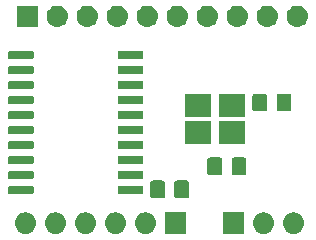
<source format=gbr>
G04 #@! TF.GenerationSoftware,KiCad,Pcbnew,5.1.2-f72e74a~84~ubuntu18.04.1*
G04 #@! TF.CreationDate,2019-06-19T14:53:36+07:00*
G04 #@! TF.ProjectId,serial_matrix_keyboard_shild,73657269-616c-45f6-9d61-747269785f6b,rev?*
G04 #@! TF.SameCoordinates,Original*
G04 #@! TF.FileFunction,Soldermask,Top*
G04 #@! TF.FilePolarity,Negative*
%FSLAX46Y46*%
G04 Gerber Fmt 4.6, Leading zero omitted, Abs format (unit mm)*
G04 Created by KiCad (PCBNEW 5.1.2-f72e74a~84~ubuntu18.04.1) date 2019-06-19 14:53:36*
%MOMM*%
%LPD*%
G04 APERTURE LIST*
%ADD10C,0.100000*%
G04 APERTURE END LIST*
D10*
G36*
X221950443Y-103605519D02*
G01*
X222016627Y-103612037D01*
X222186466Y-103663557D01*
X222342991Y-103747222D01*
X222378729Y-103776552D01*
X222480186Y-103859814D01*
X222563448Y-103961271D01*
X222592778Y-103997009D01*
X222676443Y-104153534D01*
X222727963Y-104323373D01*
X222745359Y-104500000D01*
X222727963Y-104676627D01*
X222676443Y-104846466D01*
X222592778Y-105002991D01*
X222563448Y-105038729D01*
X222480186Y-105140186D01*
X222378729Y-105223448D01*
X222342991Y-105252778D01*
X222186466Y-105336443D01*
X222016627Y-105387963D01*
X221950443Y-105394481D01*
X221884260Y-105401000D01*
X221795740Y-105401000D01*
X221729557Y-105394481D01*
X221663373Y-105387963D01*
X221493534Y-105336443D01*
X221337009Y-105252778D01*
X221301271Y-105223448D01*
X221199814Y-105140186D01*
X221116552Y-105038729D01*
X221087222Y-105002991D01*
X221003557Y-104846466D01*
X220952037Y-104676627D01*
X220934641Y-104500000D01*
X220952037Y-104323373D01*
X221003557Y-104153534D01*
X221087222Y-103997009D01*
X221116552Y-103961271D01*
X221199814Y-103859814D01*
X221301271Y-103776552D01*
X221337009Y-103747222D01*
X221493534Y-103663557D01*
X221663373Y-103612037D01*
X221729558Y-103605518D01*
X221795740Y-103599000D01*
X221884260Y-103599000D01*
X221950443Y-103605519D01*
X221950443Y-103605519D01*
G37*
G36*
X201790443Y-103605519D02*
G01*
X201856627Y-103612037D01*
X202026466Y-103663557D01*
X202182991Y-103747222D01*
X202218729Y-103776552D01*
X202320186Y-103859814D01*
X202403448Y-103961271D01*
X202432778Y-103997009D01*
X202516443Y-104153534D01*
X202567963Y-104323373D01*
X202585359Y-104500000D01*
X202567963Y-104676627D01*
X202516443Y-104846466D01*
X202432778Y-105002991D01*
X202403448Y-105038729D01*
X202320186Y-105140186D01*
X202218729Y-105223448D01*
X202182991Y-105252778D01*
X202026466Y-105336443D01*
X201856627Y-105387963D01*
X201790443Y-105394481D01*
X201724260Y-105401000D01*
X201635740Y-105401000D01*
X201569557Y-105394481D01*
X201503373Y-105387963D01*
X201333534Y-105336443D01*
X201177009Y-105252778D01*
X201141271Y-105223448D01*
X201039814Y-105140186D01*
X200956552Y-105038729D01*
X200927222Y-105002991D01*
X200843557Y-104846466D01*
X200792037Y-104676627D01*
X200774641Y-104500000D01*
X200792037Y-104323373D01*
X200843557Y-104153534D01*
X200927222Y-103997009D01*
X200956552Y-103961271D01*
X201039814Y-103859814D01*
X201141271Y-103776552D01*
X201177009Y-103747222D01*
X201333534Y-103663557D01*
X201503373Y-103612037D01*
X201569558Y-103605518D01*
X201635740Y-103599000D01*
X201724260Y-103599000D01*
X201790443Y-103605519D01*
X201790443Y-103605519D01*
G37*
G36*
X199250443Y-103605519D02*
G01*
X199316627Y-103612037D01*
X199486466Y-103663557D01*
X199642991Y-103747222D01*
X199678729Y-103776552D01*
X199780186Y-103859814D01*
X199863448Y-103961271D01*
X199892778Y-103997009D01*
X199976443Y-104153534D01*
X200027963Y-104323373D01*
X200045359Y-104500000D01*
X200027963Y-104676627D01*
X199976443Y-104846466D01*
X199892778Y-105002991D01*
X199863448Y-105038729D01*
X199780186Y-105140186D01*
X199678729Y-105223448D01*
X199642991Y-105252778D01*
X199486466Y-105336443D01*
X199316627Y-105387963D01*
X199250443Y-105394481D01*
X199184260Y-105401000D01*
X199095740Y-105401000D01*
X199029557Y-105394481D01*
X198963373Y-105387963D01*
X198793534Y-105336443D01*
X198637009Y-105252778D01*
X198601271Y-105223448D01*
X198499814Y-105140186D01*
X198416552Y-105038729D01*
X198387222Y-105002991D01*
X198303557Y-104846466D01*
X198252037Y-104676627D01*
X198234641Y-104500000D01*
X198252037Y-104323373D01*
X198303557Y-104153534D01*
X198387222Y-103997009D01*
X198416552Y-103961271D01*
X198499814Y-103859814D01*
X198601271Y-103776552D01*
X198637009Y-103747222D01*
X198793534Y-103663557D01*
X198963373Y-103612037D01*
X199029558Y-103605518D01*
X199095740Y-103599000D01*
X199184260Y-103599000D01*
X199250443Y-103605519D01*
X199250443Y-103605519D01*
G37*
G36*
X204330443Y-103605519D02*
G01*
X204396627Y-103612037D01*
X204566466Y-103663557D01*
X204722991Y-103747222D01*
X204758729Y-103776552D01*
X204860186Y-103859814D01*
X204943448Y-103961271D01*
X204972778Y-103997009D01*
X205056443Y-104153534D01*
X205107963Y-104323373D01*
X205125359Y-104500000D01*
X205107963Y-104676627D01*
X205056443Y-104846466D01*
X204972778Y-105002991D01*
X204943448Y-105038729D01*
X204860186Y-105140186D01*
X204758729Y-105223448D01*
X204722991Y-105252778D01*
X204566466Y-105336443D01*
X204396627Y-105387963D01*
X204330443Y-105394481D01*
X204264260Y-105401000D01*
X204175740Y-105401000D01*
X204109557Y-105394481D01*
X204043373Y-105387963D01*
X203873534Y-105336443D01*
X203717009Y-105252778D01*
X203681271Y-105223448D01*
X203579814Y-105140186D01*
X203496552Y-105038729D01*
X203467222Y-105002991D01*
X203383557Y-104846466D01*
X203332037Y-104676627D01*
X203314641Y-104500000D01*
X203332037Y-104323373D01*
X203383557Y-104153534D01*
X203467222Y-103997009D01*
X203496552Y-103961271D01*
X203579814Y-103859814D01*
X203681271Y-103776552D01*
X203717009Y-103747222D01*
X203873534Y-103663557D01*
X204043373Y-103612037D01*
X204109558Y-103605518D01*
X204175740Y-103599000D01*
X204264260Y-103599000D01*
X204330443Y-103605519D01*
X204330443Y-103605519D01*
G37*
G36*
X206870443Y-103605519D02*
G01*
X206936627Y-103612037D01*
X207106466Y-103663557D01*
X207262991Y-103747222D01*
X207298729Y-103776552D01*
X207400186Y-103859814D01*
X207483448Y-103961271D01*
X207512778Y-103997009D01*
X207596443Y-104153534D01*
X207647963Y-104323373D01*
X207665359Y-104500000D01*
X207647963Y-104676627D01*
X207596443Y-104846466D01*
X207512778Y-105002991D01*
X207483448Y-105038729D01*
X207400186Y-105140186D01*
X207298729Y-105223448D01*
X207262991Y-105252778D01*
X207106466Y-105336443D01*
X206936627Y-105387963D01*
X206870443Y-105394481D01*
X206804260Y-105401000D01*
X206715740Y-105401000D01*
X206649557Y-105394481D01*
X206583373Y-105387963D01*
X206413534Y-105336443D01*
X206257009Y-105252778D01*
X206221271Y-105223448D01*
X206119814Y-105140186D01*
X206036552Y-105038729D01*
X206007222Y-105002991D01*
X205923557Y-104846466D01*
X205872037Y-104676627D01*
X205854641Y-104500000D01*
X205872037Y-104323373D01*
X205923557Y-104153534D01*
X206007222Y-103997009D01*
X206036552Y-103961271D01*
X206119814Y-103859814D01*
X206221271Y-103776552D01*
X206257009Y-103747222D01*
X206413534Y-103663557D01*
X206583373Y-103612037D01*
X206649558Y-103605518D01*
X206715740Y-103599000D01*
X206804260Y-103599000D01*
X206870443Y-103605519D01*
X206870443Y-103605519D01*
G37*
G36*
X212741000Y-105401000D02*
G01*
X210939000Y-105401000D01*
X210939000Y-103599000D01*
X212741000Y-103599000D01*
X212741000Y-105401000D01*
X212741000Y-105401000D01*
G37*
G36*
X219410443Y-103605519D02*
G01*
X219476627Y-103612037D01*
X219646466Y-103663557D01*
X219802991Y-103747222D01*
X219838729Y-103776552D01*
X219940186Y-103859814D01*
X220023448Y-103961271D01*
X220052778Y-103997009D01*
X220136443Y-104153534D01*
X220187963Y-104323373D01*
X220205359Y-104500000D01*
X220187963Y-104676627D01*
X220136443Y-104846466D01*
X220052778Y-105002991D01*
X220023448Y-105038729D01*
X219940186Y-105140186D01*
X219838729Y-105223448D01*
X219802991Y-105252778D01*
X219646466Y-105336443D01*
X219476627Y-105387963D01*
X219410443Y-105394481D01*
X219344260Y-105401000D01*
X219255740Y-105401000D01*
X219189557Y-105394481D01*
X219123373Y-105387963D01*
X218953534Y-105336443D01*
X218797009Y-105252778D01*
X218761271Y-105223448D01*
X218659814Y-105140186D01*
X218576552Y-105038729D01*
X218547222Y-105002991D01*
X218463557Y-104846466D01*
X218412037Y-104676627D01*
X218394641Y-104500000D01*
X218412037Y-104323373D01*
X218463557Y-104153534D01*
X218547222Y-103997009D01*
X218576552Y-103961271D01*
X218659814Y-103859814D01*
X218761271Y-103776552D01*
X218797009Y-103747222D01*
X218953534Y-103663557D01*
X219123373Y-103612037D01*
X219189558Y-103605518D01*
X219255740Y-103599000D01*
X219344260Y-103599000D01*
X219410443Y-103605519D01*
X219410443Y-103605519D01*
G37*
G36*
X217661000Y-105401000D02*
G01*
X215859000Y-105401000D01*
X215859000Y-103599000D01*
X217661000Y-103599000D01*
X217661000Y-105401000D01*
X217661000Y-105401000D01*
G37*
G36*
X209410443Y-103605519D02*
G01*
X209476627Y-103612037D01*
X209646466Y-103663557D01*
X209802991Y-103747222D01*
X209838729Y-103776552D01*
X209940186Y-103859814D01*
X210023448Y-103961271D01*
X210052778Y-103997009D01*
X210136443Y-104153534D01*
X210187963Y-104323373D01*
X210205359Y-104500000D01*
X210187963Y-104676627D01*
X210136443Y-104846466D01*
X210052778Y-105002991D01*
X210023448Y-105038729D01*
X209940186Y-105140186D01*
X209838729Y-105223448D01*
X209802991Y-105252778D01*
X209646466Y-105336443D01*
X209476627Y-105387963D01*
X209410443Y-105394481D01*
X209344260Y-105401000D01*
X209255740Y-105401000D01*
X209189557Y-105394481D01*
X209123373Y-105387963D01*
X208953534Y-105336443D01*
X208797009Y-105252778D01*
X208761271Y-105223448D01*
X208659814Y-105140186D01*
X208576552Y-105038729D01*
X208547222Y-105002991D01*
X208463557Y-104846466D01*
X208412037Y-104676627D01*
X208394641Y-104500000D01*
X208412037Y-104323373D01*
X208463557Y-104153534D01*
X208547222Y-103997009D01*
X208576552Y-103961271D01*
X208659814Y-103859814D01*
X208761271Y-103776552D01*
X208797009Y-103747222D01*
X208953534Y-103663557D01*
X209123373Y-103612037D01*
X209189558Y-103605518D01*
X209255740Y-103599000D01*
X209344260Y-103599000D01*
X209410443Y-103605519D01*
X209410443Y-103605519D01*
G37*
G36*
X210788674Y-100903465D02*
G01*
X210826367Y-100914899D01*
X210861103Y-100933466D01*
X210891548Y-100958452D01*
X210916534Y-100988897D01*
X210935101Y-101023633D01*
X210946535Y-101061326D01*
X210951000Y-101106661D01*
X210951000Y-102193339D01*
X210946535Y-102238674D01*
X210935101Y-102276367D01*
X210916534Y-102311103D01*
X210891548Y-102341548D01*
X210861103Y-102366534D01*
X210826367Y-102385101D01*
X210788674Y-102396535D01*
X210743339Y-102401000D01*
X209906661Y-102401000D01*
X209861326Y-102396535D01*
X209823633Y-102385101D01*
X209788897Y-102366534D01*
X209758452Y-102341548D01*
X209733466Y-102311103D01*
X209714899Y-102276367D01*
X209703465Y-102238674D01*
X209699000Y-102193339D01*
X209699000Y-101106661D01*
X209703465Y-101061326D01*
X209714899Y-101023633D01*
X209733466Y-100988897D01*
X209758452Y-100958452D01*
X209788897Y-100933466D01*
X209823633Y-100914899D01*
X209861326Y-100903465D01*
X209906661Y-100899000D01*
X210743339Y-100899000D01*
X210788674Y-100903465D01*
X210788674Y-100903465D01*
G37*
G36*
X212838674Y-100903465D02*
G01*
X212876367Y-100914899D01*
X212911103Y-100933466D01*
X212941548Y-100958452D01*
X212966534Y-100988897D01*
X212985101Y-101023633D01*
X212996535Y-101061326D01*
X213001000Y-101106661D01*
X213001000Y-102193339D01*
X212996535Y-102238674D01*
X212985101Y-102276367D01*
X212966534Y-102311103D01*
X212941548Y-102341548D01*
X212911103Y-102366534D01*
X212876367Y-102385101D01*
X212838674Y-102396535D01*
X212793339Y-102401000D01*
X211956661Y-102401000D01*
X211911326Y-102396535D01*
X211873633Y-102385101D01*
X211838897Y-102366534D01*
X211808452Y-102341548D01*
X211783466Y-102311103D01*
X211764899Y-102276367D01*
X211753465Y-102238674D01*
X211749000Y-102193339D01*
X211749000Y-101106661D01*
X211753465Y-101061326D01*
X211764899Y-101023633D01*
X211783466Y-100988897D01*
X211808452Y-100958452D01*
X211838897Y-100933466D01*
X211873633Y-100914899D01*
X211911326Y-100903465D01*
X211956661Y-100899000D01*
X212793339Y-100899000D01*
X212838674Y-100903465D01*
X212838674Y-100903465D01*
G37*
G36*
X209034928Y-101366764D02*
G01*
X209056009Y-101373160D01*
X209075445Y-101383548D01*
X209092476Y-101397524D01*
X209106452Y-101414555D01*
X209116840Y-101433991D01*
X209123236Y-101455072D01*
X209126000Y-101483140D01*
X209126000Y-101946860D01*
X209123236Y-101974928D01*
X209116840Y-101996009D01*
X209106452Y-102015445D01*
X209092476Y-102032476D01*
X209075445Y-102046452D01*
X209056009Y-102056840D01*
X209034928Y-102063236D01*
X209006860Y-102066000D01*
X207093140Y-102066000D01*
X207065072Y-102063236D01*
X207043991Y-102056840D01*
X207024555Y-102046452D01*
X207007524Y-102032476D01*
X206993548Y-102015445D01*
X206983160Y-101996009D01*
X206976764Y-101974928D01*
X206974000Y-101946860D01*
X206974000Y-101483140D01*
X206976764Y-101455072D01*
X206983160Y-101433991D01*
X206993548Y-101414555D01*
X207007524Y-101397524D01*
X207024555Y-101383548D01*
X207043991Y-101373160D01*
X207065072Y-101366764D01*
X207093140Y-101364000D01*
X209006860Y-101364000D01*
X209034928Y-101366764D01*
X209034928Y-101366764D01*
G37*
G36*
X199734928Y-101366764D02*
G01*
X199756009Y-101373160D01*
X199775445Y-101383548D01*
X199792476Y-101397524D01*
X199806452Y-101414555D01*
X199816840Y-101433991D01*
X199823236Y-101455072D01*
X199826000Y-101483140D01*
X199826000Y-101946860D01*
X199823236Y-101974928D01*
X199816840Y-101996009D01*
X199806452Y-102015445D01*
X199792476Y-102032476D01*
X199775445Y-102046452D01*
X199756009Y-102056840D01*
X199734928Y-102063236D01*
X199706860Y-102066000D01*
X197793140Y-102066000D01*
X197765072Y-102063236D01*
X197743991Y-102056840D01*
X197724555Y-102046452D01*
X197707524Y-102032476D01*
X197693548Y-102015445D01*
X197683160Y-101996009D01*
X197676764Y-101974928D01*
X197674000Y-101946860D01*
X197674000Y-101483140D01*
X197676764Y-101455072D01*
X197683160Y-101433991D01*
X197693548Y-101414555D01*
X197707524Y-101397524D01*
X197724555Y-101383548D01*
X197743991Y-101373160D01*
X197765072Y-101366764D01*
X197793140Y-101364000D01*
X199706860Y-101364000D01*
X199734928Y-101366764D01*
X199734928Y-101366764D01*
G37*
G36*
X199734928Y-100096764D02*
G01*
X199756009Y-100103160D01*
X199775445Y-100113548D01*
X199792476Y-100127524D01*
X199806452Y-100144555D01*
X199816840Y-100163991D01*
X199823236Y-100185072D01*
X199826000Y-100213140D01*
X199826000Y-100676860D01*
X199823236Y-100704928D01*
X199816840Y-100726009D01*
X199806452Y-100745445D01*
X199792476Y-100762476D01*
X199775445Y-100776452D01*
X199756009Y-100786840D01*
X199734928Y-100793236D01*
X199706860Y-100796000D01*
X197793140Y-100796000D01*
X197765072Y-100793236D01*
X197743991Y-100786840D01*
X197724555Y-100776452D01*
X197707524Y-100762476D01*
X197693548Y-100745445D01*
X197683160Y-100726009D01*
X197676764Y-100704928D01*
X197674000Y-100676860D01*
X197674000Y-100213140D01*
X197676764Y-100185072D01*
X197683160Y-100163991D01*
X197693548Y-100144555D01*
X197707524Y-100127524D01*
X197724555Y-100113548D01*
X197743991Y-100103160D01*
X197765072Y-100096764D01*
X197793140Y-100094000D01*
X199706860Y-100094000D01*
X199734928Y-100096764D01*
X199734928Y-100096764D01*
G37*
G36*
X209034928Y-100096764D02*
G01*
X209056009Y-100103160D01*
X209075445Y-100113548D01*
X209092476Y-100127524D01*
X209106452Y-100144555D01*
X209116840Y-100163991D01*
X209123236Y-100185072D01*
X209126000Y-100213140D01*
X209126000Y-100676860D01*
X209123236Y-100704928D01*
X209116840Y-100726009D01*
X209106452Y-100745445D01*
X209092476Y-100762476D01*
X209075445Y-100776452D01*
X209056009Y-100786840D01*
X209034928Y-100793236D01*
X209006860Y-100796000D01*
X207093140Y-100796000D01*
X207065072Y-100793236D01*
X207043991Y-100786840D01*
X207024555Y-100776452D01*
X207007524Y-100762476D01*
X206993548Y-100745445D01*
X206983160Y-100726009D01*
X206976764Y-100704928D01*
X206974000Y-100676860D01*
X206974000Y-100213140D01*
X206976764Y-100185072D01*
X206983160Y-100163991D01*
X206993548Y-100144555D01*
X207007524Y-100127524D01*
X207024555Y-100113548D01*
X207043991Y-100103160D01*
X207065072Y-100096764D01*
X207093140Y-100094000D01*
X209006860Y-100094000D01*
X209034928Y-100096764D01*
X209034928Y-100096764D01*
G37*
G36*
X217688674Y-98953465D02*
G01*
X217726367Y-98964899D01*
X217761103Y-98983466D01*
X217791548Y-99008452D01*
X217816534Y-99038897D01*
X217835101Y-99073633D01*
X217846535Y-99111326D01*
X217851000Y-99156661D01*
X217851000Y-100243339D01*
X217846535Y-100288674D01*
X217835101Y-100326367D01*
X217816534Y-100361103D01*
X217791548Y-100391548D01*
X217761103Y-100416534D01*
X217726367Y-100435101D01*
X217688674Y-100446535D01*
X217643339Y-100451000D01*
X216806661Y-100451000D01*
X216761326Y-100446535D01*
X216723633Y-100435101D01*
X216688897Y-100416534D01*
X216658452Y-100391548D01*
X216633466Y-100361103D01*
X216614899Y-100326367D01*
X216603465Y-100288674D01*
X216599000Y-100243339D01*
X216599000Y-99156661D01*
X216603465Y-99111326D01*
X216614899Y-99073633D01*
X216633466Y-99038897D01*
X216658452Y-99008452D01*
X216688897Y-98983466D01*
X216723633Y-98964899D01*
X216761326Y-98953465D01*
X216806661Y-98949000D01*
X217643339Y-98949000D01*
X217688674Y-98953465D01*
X217688674Y-98953465D01*
G37*
G36*
X215638674Y-98953465D02*
G01*
X215676367Y-98964899D01*
X215711103Y-98983466D01*
X215741548Y-99008452D01*
X215766534Y-99038897D01*
X215785101Y-99073633D01*
X215796535Y-99111326D01*
X215801000Y-99156661D01*
X215801000Y-100243339D01*
X215796535Y-100288674D01*
X215785101Y-100326367D01*
X215766534Y-100361103D01*
X215741548Y-100391548D01*
X215711103Y-100416534D01*
X215676367Y-100435101D01*
X215638674Y-100446535D01*
X215593339Y-100451000D01*
X214756661Y-100451000D01*
X214711326Y-100446535D01*
X214673633Y-100435101D01*
X214638897Y-100416534D01*
X214608452Y-100391548D01*
X214583466Y-100361103D01*
X214564899Y-100326367D01*
X214553465Y-100288674D01*
X214549000Y-100243339D01*
X214549000Y-99156661D01*
X214553465Y-99111326D01*
X214564899Y-99073633D01*
X214583466Y-99038897D01*
X214608452Y-99008452D01*
X214638897Y-98983466D01*
X214673633Y-98964899D01*
X214711326Y-98953465D01*
X214756661Y-98949000D01*
X215593339Y-98949000D01*
X215638674Y-98953465D01*
X215638674Y-98953465D01*
G37*
G36*
X209034928Y-98826764D02*
G01*
X209056009Y-98833160D01*
X209075445Y-98843548D01*
X209092476Y-98857524D01*
X209106452Y-98874555D01*
X209116840Y-98893991D01*
X209123236Y-98915072D01*
X209126000Y-98943140D01*
X209126000Y-99406860D01*
X209123236Y-99434928D01*
X209116840Y-99456009D01*
X209106452Y-99475445D01*
X209092476Y-99492476D01*
X209075445Y-99506452D01*
X209056009Y-99516840D01*
X209034928Y-99523236D01*
X209006860Y-99526000D01*
X207093140Y-99526000D01*
X207065072Y-99523236D01*
X207043991Y-99516840D01*
X207024555Y-99506452D01*
X207007524Y-99492476D01*
X206993548Y-99475445D01*
X206983160Y-99456009D01*
X206976764Y-99434928D01*
X206974000Y-99406860D01*
X206974000Y-98943140D01*
X206976764Y-98915072D01*
X206983160Y-98893991D01*
X206993548Y-98874555D01*
X207007524Y-98857524D01*
X207024555Y-98843548D01*
X207043991Y-98833160D01*
X207065072Y-98826764D01*
X207093140Y-98824000D01*
X209006860Y-98824000D01*
X209034928Y-98826764D01*
X209034928Y-98826764D01*
G37*
G36*
X199734928Y-98826764D02*
G01*
X199756009Y-98833160D01*
X199775445Y-98843548D01*
X199792476Y-98857524D01*
X199806452Y-98874555D01*
X199816840Y-98893991D01*
X199823236Y-98915072D01*
X199826000Y-98943140D01*
X199826000Y-99406860D01*
X199823236Y-99434928D01*
X199816840Y-99456009D01*
X199806452Y-99475445D01*
X199792476Y-99492476D01*
X199775445Y-99506452D01*
X199756009Y-99516840D01*
X199734928Y-99523236D01*
X199706860Y-99526000D01*
X197793140Y-99526000D01*
X197765072Y-99523236D01*
X197743991Y-99516840D01*
X197724555Y-99506452D01*
X197707524Y-99492476D01*
X197693548Y-99475445D01*
X197683160Y-99456009D01*
X197676764Y-99434928D01*
X197674000Y-99406860D01*
X197674000Y-98943140D01*
X197676764Y-98915072D01*
X197683160Y-98893991D01*
X197693548Y-98874555D01*
X197707524Y-98857524D01*
X197724555Y-98843548D01*
X197743991Y-98833160D01*
X197765072Y-98826764D01*
X197793140Y-98824000D01*
X199706860Y-98824000D01*
X199734928Y-98826764D01*
X199734928Y-98826764D01*
G37*
G36*
X209034928Y-97556764D02*
G01*
X209056009Y-97563160D01*
X209075445Y-97573548D01*
X209092476Y-97587524D01*
X209106452Y-97604555D01*
X209116840Y-97623991D01*
X209123236Y-97645072D01*
X209126000Y-97673140D01*
X209126000Y-98136860D01*
X209123236Y-98164928D01*
X209116840Y-98186009D01*
X209106452Y-98205445D01*
X209092476Y-98222476D01*
X209075445Y-98236452D01*
X209056009Y-98246840D01*
X209034928Y-98253236D01*
X209006860Y-98256000D01*
X207093140Y-98256000D01*
X207065072Y-98253236D01*
X207043991Y-98246840D01*
X207024555Y-98236452D01*
X207007524Y-98222476D01*
X206993548Y-98205445D01*
X206983160Y-98186009D01*
X206976764Y-98164928D01*
X206974000Y-98136860D01*
X206974000Y-97673140D01*
X206976764Y-97645072D01*
X206983160Y-97623991D01*
X206993548Y-97604555D01*
X207007524Y-97587524D01*
X207024555Y-97573548D01*
X207043991Y-97563160D01*
X207065072Y-97556764D01*
X207093140Y-97554000D01*
X209006860Y-97554000D01*
X209034928Y-97556764D01*
X209034928Y-97556764D01*
G37*
G36*
X199734928Y-97556764D02*
G01*
X199756009Y-97563160D01*
X199775445Y-97573548D01*
X199792476Y-97587524D01*
X199806452Y-97604555D01*
X199816840Y-97623991D01*
X199823236Y-97645072D01*
X199826000Y-97673140D01*
X199826000Y-98136860D01*
X199823236Y-98164928D01*
X199816840Y-98186009D01*
X199806452Y-98205445D01*
X199792476Y-98222476D01*
X199775445Y-98236452D01*
X199756009Y-98246840D01*
X199734928Y-98253236D01*
X199706860Y-98256000D01*
X197793140Y-98256000D01*
X197765072Y-98253236D01*
X197743991Y-98246840D01*
X197724555Y-98236452D01*
X197707524Y-98222476D01*
X197693548Y-98205445D01*
X197683160Y-98186009D01*
X197676764Y-98164928D01*
X197674000Y-98136860D01*
X197674000Y-97673140D01*
X197676764Y-97645072D01*
X197683160Y-97623991D01*
X197693548Y-97604555D01*
X197707524Y-97587524D01*
X197724555Y-97573548D01*
X197743991Y-97563160D01*
X197765072Y-97556764D01*
X197793140Y-97554000D01*
X199706860Y-97554000D01*
X199734928Y-97556764D01*
X199734928Y-97556764D01*
G37*
G36*
X217751000Y-97801000D02*
G01*
X215549000Y-97801000D01*
X215549000Y-95899000D01*
X217751000Y-95899000D01*
X217751000Y-97801000D01*
X217751000Y-97801000D01*
G37*
G36*
X214851000Y-97801000D02*
G01*
X212649000Y-97801000D01*
X212649000Y-95899000D01*
X214851000Y-95899000D01*
X214851000Y-97801000D01*
X214851000Y-97801000D01*
G37*
G36*
X209034928Y-96286764D02*
G01*
X209056009Y-96293160D01*
X209075445Y-96303548D01*
X209092476Y-96317524D01*
X209106452Y-96334555D01*
X209116840Y-96353991D01*
X209123236Y-96375072D01*
X209126000Y-96403140D01*
X209126000Y-96866860D01*
X209123236Y-96894928D01*
X209116840Y-96916009D01*
X209106452Y-96935445D01*
X209092476Y-96952476D01*
X209075445Y-96966452D01*
X209056009Y-96976840D01*
X209034928Y-96983236D01*
X209006860Y-96986000D01*
X207093140Y-96986000D01*
X207065072Y-96983236D01*
X207043991Y-96976840D01*
X207024555Y-96966452D01*
X207007524Y-96952476D01*
X206993548Y-96935445D01*
X206983160Y-96916009D01*
X206976764Y-96894928D01*
X206974000Y-96866860D01*
X206974000Y-96403140D01*
X206976764Y-96375072D01*
X206983160Y-96353991D01*
X206993548Y-96334555D01*
X207007524Y-96317524D01*
X207024555Y-96303548D01*
X207043991Y-96293160D01*
X207065072Y-96286764D01*
X207093140Y-96284000D01*
X209006860Y-96284000D01*
X209034928Y-96286764D01*
X209034928Y-96286764D01*
G37*
G36*
X199734928Y-96286764D02*
G01*
X199756009Y-96293160D01*
X199775445Y-96303548D01*
X199792476Y-96317524D01*
X199806452Y-96334555D01*
X199816840Y-96353991D01*
X199823236Y-96375072D01*
X199826000Y-96403140D01*
X199826000Y-96866860D01*
X199823236Y-96894928D01*
X199816840Y-96916009D01*
X199806452Y-96935445D01*
X199792476Y-96952476D01*
X199775445Y-96966452D01*
X199756009Y-96976840D01*
X199734928Y-96983236D01*
X199706860Y-96986000D01*
X197793140Y-96986000D01*
X197765072Y-96983236D01*
X197743991Y-96976840D01*
X197724555Y-96966452D01*
X197707524Y-96952476D01*
X197693548Y-96935445D01*
X197683160Y-96916009D01*
X197676764Y-96894928D01*
X197674000Y-96866860D01*
X197674000Y-96403140D01*
X197676764Y-96375072D01*
X197683160Y-96353991D01*
X197693548Y-96334555D01*
X197707524Y-96317524D01*
X197724555Y-96303548D01*
X197743991Y-96293160D01*
X197765072Y-96286764D01*
X197793140Y-96284000D01*
X199706860Y-96284000D01*
X199734928Y-96286764D01*
X199734928Y-96286764D01*
G37*
G36*
X199734928Y-95016764D02*
G01*
X199756009Y-95023160D01*
X199775445Y-95033548D01*
X199792476Y-95047524D01*
X199806452Y-95064555D01*
X199816840Y-95083991D01*
X199823236Y-95105072D01*
X199826000Y-95133140D01*
X199826000Y-95596860D01*
X199823236Y-95624928D01*
X199816840Y-95646009D01*
X199806452Y-95665445D01*
X199792476Y-95682476D01*
X199775445Y-95696452D01*
X199756009Y-95706840D01*
X199734928Y-95713236D01*
X199706860Y-95716000D01*
X197793140Y-95716000D01*
X197765072Y-95713236D01*
X197743991Y-95706840D01*
X197724555Y-95696452D01*
X197707524Y-95682476D01*
X197693548Y-95665445D01*
X197683160Y-95646009D01*
X197676764Y-95624928D01*
X197674000Y-95596860D01*
X197674000Y-95133140D01*
X197676764Y-95105072D01*
X197683160Y-95083991D01*
X197693548Y-95064555D01*
X197707524Y-95047524D01*
X197724555Y-95033548D01*
X197743991Y-95023160D01*
X197765072Y-95016764D01*
X197793140Y-95014000D01*
X199706860Y-95014000D01*
X199734928Y-95016764D01*
X199734928Y-95016764D01*
G37*
G36*
X209034928Y-95016764D02*
G01*
X209056009Y-95023160D01*
X209075445Y-95033548D01*
X209092476Y-95047524D01*
X209106452Y-95064555D01*
X209116840Y-95083991D01*
X209123236Y-95105072D01*
X209126000Y-95133140D01*
X209126000Y-95596860D01*
X209123236Y-95624928D01*
X209116840Y-95646009D01*
X209106452Y-95665445D01*
X209092476Y-95682476D01*
X209075445Y-95696452D01*
X209056009Y-95706840D01*
X209034928Y-95713236D01*
X209006860Y-95716000D01*
X207093140Y-95716000D01*
X207065072Y-95713236D01*
X207043991Y-95706840D01*
X207024555Y-95696452D01*
X207007524Y-95682476D01*
X206993548Y-95665445D01*
X206983160Y-95646009D01*
X206976764Y-95624928D01*
X206974000Y-95596860D01*
X206974000Y-95133140D01*
X206976764Y-95105072D01*
X206983160Y-95083991D01*
X206993548Y-95064555D01*
X207007524Y-95047524D01*
X207024555Y-95033548D01*
X207043991Y-95023160D01*
X207065072Y-95016764D01*
X207093140Y-95014000D01*
X209006860Y-95014000D01*
X209034928Y-95016764D01*
X209034928Y-95016764D01*
G37*
G36*
X217751000Y-95501000D02*
G01*
X215549000Y-95501000D01*
X215549000Y-93599000D01*
X217751000Y-93599000D01*
X217751000Y-95501000D01*
X217751000Y-95501000D01*
G37*
G36*
X214851000Y-95501000D02*
G01*
X212649000Y-95501000D01*
X212649000Y-93599000D01*
X214851000Y-93599000D01*
X214851000Y-95501000D01*
X214851000Y-95501000D01*
G37*
G36*
X219438674Y-93553465D02*
G01*
X219476367Y-93564899D01*
X219511103Y-93583466D01*
X219541548Y-93608452D01*
X219566534Y-93638897D01*
X219585101Y-93673633D01*
X219596535Y-93711326D01*
X219601000Y-93756661D01*
X219601000Y-94843339D01*
X219596535Y-94888674D01*
X219585101Y-94926367D01*
X219566534Y-94961103D01*
X219541548Y-94991548D01*
X219511103Y-95016534D01*
X219476367Y-95035101D01*
X219438674Y-95046535D01*
X219393339Y-95051000D01*
X218556661Y-95051000D01*
X218511326Y-95046535D01*
X218473633Y-95035101D01*
X218438897Y-95016534D01*
X218408452Y-94991548D01*
X218383466Y-94961103D01*
X218364899Y-94926367D01*
X218353465Y-94888674D01*
X218349000Y-94843339D01*
X218349000Y-93756661D01*
X218353465Y-93711326D01*
X218364899Y-93673633D01*
X218383466Y-93638897D01*
X218408452Y-93608452D01*
X218438897Y-93583466D01*
X218473633Y-93564899D01*
X218511326Y-93553465D01*
X218556661Y-93549000D01*
X219393339Y-93549000D01*
X219438674Y-93553465D01*
X219438674Y-93553465D01*
G37*
G36*
X221488674Y-93553465D02*
G01*
X221526367Y-93564899D01*
X221561103Y-93583466D01*
X221591548Y-93608452D01*
X221616534Y-93638897D01*
X221635101Y-93673633D01*
X221646535Y-93711326D01*
X221651000Y-93756661D01*
X221651000Y-94843339D01*
X221646535Y-94888674D01*
X221635101Y-94926367D01*
X221616534Y-94961103D01*
X221591548Y-94991548D01*
X221561103Y-95016534D01*
X221526367Y-95035101D01*
X221488674Y-95046535D01*
X221443339Y-95051000D01*
X220606661Y-95051000D01*
X220561326Y-95046535D01*
X220523633Y-95035101D01*
X220488897Y-95016534D01*
X220458452Y-94991548D01*
X220433466Y-94961103D01*
X220414899Y-94926367D01*
X220403465Y-94888674D01*
X220399000Y-94843339D01*
X220399000Y-93756661D01*
X220403465Y-93711326D01*
X220414899Y-93673633D01*
X220433466Y-93638897D01*
X220458452Y-93608452D01*
X220488897Y-93583466D01*
X220523633Y-93564899D01*
X220561326Y-93553465D01*
X220606661Y-93549000D01*
X221443339Y-93549000D01*
X221488674Y-93553465D01*
X221488674Y-93553465D01*
G37*
G36*
X199734928Y-93746764D02*
G01*
X199756009Y-93753160D01*
X199775445Y-93763548D01*
X199792476Y-93777524D01*
X199806452Y-93794555D01*
X199816840Y-93813991D01*
X199823236Y-93835072D01*
X199826000Y-93863140D01*
X199826000Y-94326860D01*
X199823236Y-94354928D01*
X199816840Y-94376009D01*
X199806452Y-94395445D01*
X199792476Y-94412476D01*
X199775445Y-94426452D01*
X199756009Y-94436840D01*
X199734928Y-94443236D01*
X199706860Y-94446000D01*
X197793140Y-94446000D01*
X197765072Y-94443236D01*
X197743991Y-94436840D01*
X197724555Y-94426452D01*
X197707524Y-94412476D01*
X197693548Y-94395445D01*
X197683160Y-94376009D01*
X197676764Y-94354928D01*
X197674000Y-94326860D01*
X197674000Y-93863140D01*
X197676764Y-93835072D01*
X197683160Y-93813991D01*
X197693548Y-93794555D01*
X197707524Y-93777524D01*
X197724555Y-93763548D01*
X197743991Y-93753160D01*
X197765072Y-93746764D01*
X197793140Y-93744000D01*
X199706860Y-93744000D01*
X199734928Y-93746764D01*
X199734928Y-93746764D01*
G37*
G36*
X209034928Y-93746764D02*
G01*
X209056009Y-93753160D01*
X209075445Y-93763548D01*
X209092476Y-93777524D01*
X209106452Y-93794555D01*
X209116840Y-93813991D01*
X209123236Y-93835072D01*
X209126000Y-93863140D01*
X209126000Y-94326860D01*
X209123236Y-94354928D01*
X209116840Y-94376009D01*
X209106452Y-94395445D01*
X209092476Y-94412476D01*
X209075445Y-94426452D01*
X209056009Y-94436840D01*
X209034928Y-94443236D01*
X209006860Y-94446000D01*
X207093140Y-94446000D01*
X207065072Y-94443236D01*
X207043991Y-94436840D01*
X207024555Y-94426452D01*
X207007524Y-94412476D01*
X206993548Y-94395445D01*
X206983160Y-94376009D01*
X206976764Y-94354928D01*
X206974000Y-94326860D01*
X206974000Y-93863140D01*
X206976764Y-93835072D01*
X206983160Y-93813991D01*
X206993548Y-93794555D01*
X207007524Y-93777524D01*
X207024555Y-93763548D01*
X207043991Y-93753160D01*
X207065072Y-93746764D01*
X207093140Y-93744000D01*
X209006860Y-93744000D01*
X209034928Y-93746764D01*
X209034928Y-93746764D01*
G37*
G36*
X199734928Y-92476764D02*
G01*
X199756009Y-92483160D01*
X199775445Y-92493548D01*
X199792476Y-92507524D01*
X199806452Y-92524555D01*
X199816840Y-92543991D01*
X199823236Y-92565072D01*
X199826000Y-92593140D01*
X199826000Y-93056860D01*
X199823236Y-93084928D01*
X199816840Y-93106009D01*
X199806452Y-93125445D01*
X199792476Y-93142476D01*
X199775445Y-93156452D01*
X199756009Y-93166840D01*
X199734928Y-93173236D01*
X199706860Y-93176000D01*
X197793140Y-93176000D01*
X197765072Y-93173236D01*
X197743991Y-93166840D01*
X197724555Y-93156452D01*
X197707524Y-93142476D01*
X197693548Y-93125445D01*
X197683160Y-93106009D01*
X197676764Y-93084928D01*
X197674000Y-93056860D01*
X197674000Y-92593140D01*
X197676764Y-92565072D01*
X197683160Y-92543991D01*
X197693548Y-92524555D01*
X197707524Y-92507524D01*
X197724555Y-92493548D01*
X197743991Y-92483160D01*
X197765072Y-92476764D01*
X197793140Y-92474000D01*
X199706860Y-92474000D01*
X199734928Y-92476764D01*
X199734928Y-92476764D01*
G37*
G36*
X209034928Y-92476764D02*
G01*
X209056009Y-92483160D01*
X209075445Y-92493548D01*
X209092476Y-92507524D01*
X209106452Y-92524555D01*
X209116840Y-92543991D01*
X209123236Y-92565072D01*
X209126000Y-92593140D01*
X209126000Y-93056860D01*
X209123236Y-93084928D01*
X209116840Y-93106009D01*
X209106452Y-93125445D01*
X209092476Y-93142476D01*
X209075445Y-93156452D01*
X209056009Y-93166840D01*
X209034928Y-93173236D01*
X209006860Y-93176000D01*
X207093140Y-93176000D01*
X207065072Y-93173236D01*
X207043991Y-93166840D01*
X207024555Y-93156452D01*
X207007524Y-93142476D01*
X206993548Y-93125445D01*
X206983160Y-93106009D01*
X206976764Y-93084928D01*
X206974000Y-93056860D01*
X206974000Y-92593140D01*
X206976764Y-92565072D01*
X206983160Y-92543991D01*
X206993548Y-92524555D01*
X207007524Y-92507524D01*
X207024555Y-92493548D01*
X207043991Y-92483160D01*
X207065072Y-92476764D01*
X207093140Y-92474000D01*
X209006860Y-92474000D01*
X209034928Y-92476764D01*
X209034928Y-92476764D01*
G37*
G36*
X199734928Y-91206764D02*
G01*
X199756009Y-91213160D01*
X199775445Y-91223548D01*
X199792476Y-91237524D01*
X199806452Y-91254555D01*
X199816840Y-91273991D01*
X199823236Y-91295072D01*
X199826000Y-91323140D01*
X199826000Y-91786860D01*
X199823236Y-91814928D01*
X199816840Y-91836009D01*
X199806452Y-91855445D01*
X199792476Y-91872476D01*
X199775445Y-91886452D01*
X199756009Y-91896840D01*
X199734928Y-91903236D01*
X199706860Y-91906000D01*
X197793140Y-91906000D01*
X197765072Y-91903236D01*
X197743991Y-91896840D01*
X197724555Y-91886452D01*
X197707524Y-91872476D01*
X197693548Y-91855445D01*
X197683160Y-91836009D01*
X197676764Y-91814928D01*
X197674000Y-91786860D01*
X197674000Y-91323140D01*
X197676764Y-91295072D01*
X197683160Y-91273991D01*
X197693548Y-91254555D01*
X197707524Y-91237524D01*
X197724555Y-91223548D01*
X197743991Y-91213160D01*
X197765072Y-91206764D01*
X197793140Y-91204000D01*
X199706860Y-91204000D01*
X199734928Y-91206764D01*
X199734928Y-91206764D01*
G37*
G36*
X209034928Y-91206764D02*
G01*
X209056009Y-91213160D01*
X209075445Y-91223548D01*
X209092476Y-91237524D01*
X209106452Y-91254555D01*
X209116840Y-91273991D01*
X209123236Y-91295072D01*
X209126000Y-91323140D01*
X209126000Y-91786860D01*
X209123236Y-91814928D01*
X209116840Y-91836009D01*
X209106452Y-91855445D01*
X209092476Y-91872476D01*
X209075445Y-91886452D01*
X209056009Y-91896840D01*
X209034928Y-91903236D01*
X209006860Y-91906000D01*
X207093140Y-91906000D01*
X207065072Y-91903236D01*
X207043991Y-91896840D01*
X207024555Y-91886452D01*
X207007524Y-91872476D01*
X206993548Y-91855445D01*
X206983160Y-91836009D01*
X206976764Y-91814928D01*
X206974000Y-91786860D01*
X206974000Y-91323140D01*
X206976764Y-91295072D01*
X206983160Y-91273991D01*
X206993548Y-91254555D01*
X207007524Y-91237524D01*
X207024555Y-91223548D01*
X207043991Y-91213160D01*
X207065072Y-91206764D01*
X207093140Y-91204000D01*
X209006860Y-91204000D01*
X209034928Y-91206764D01*
X209034928Y-91206764D01*
G37*
G36*
X199734928Y-89936764D02*
G01*
X199756009Y-89943160D01*
X199775445Y-89953548D01*
X199792476Y-89967524D01*
X199806452Y-89984555D01*
X199816840Y-90003991D01*
X199823236Y-90025072D01*
X199826000Y-90053140D01*
X199826000Y-90516860D01*
X199823236Y-90544928D01*
X199816840Y-90566009D01*
X199806452Y-90585445D01*
X199792476Y-90602476D01*
X199775445Y-90616452D01*
X199756009Y-90626840D01*
X199734928Y-90633236D01*
X199706860Y-90636000D01*
X197793140Y-90636000D01*
X197765072Y-90633236D01*
X197743991Y-90626840D01*
X197724555Y-90616452D01*
X197707524Y-90602476D01*
X197693548Y-90585445D01*
X197683160Y-90566009D01*
X197676764Y-90544928D01*
X197674000Y-90516860D01*
X197674000Y-90053140D01*
X197676764Y-90025072D01*
X197683160Y-90003991D01*
X197693548Y-89984555D01*
X197707524Y-89967524D01*
X197724555Y-89953548D01*
X197743991Y-89943160D01*
X197765072Y-89936764D01*
X197793140Y-89934000D01*
X199706860Y-89934000D01*
X199734928Y-89936764D01*
X199734928Y-89936764D01*
G37*
G36*
X209034928Y-89936764D02*
G01*
X209056009Y-89943160D01*
X209075445Y-89953548D01*
X209092476Y-89967524D01*
X209106452Y-89984555D01*
X209116840Y-90003991D01*
X209123236Y-90025072D01*
X209126000Y-90053140D01*
X209126000Y-90516860D01*
X209123236Y-90544928D01*
X209116840Y-90566009D01*
X209106452Y-90585445D01*
X209092476Y-90602476D01*
X209075445Y-90616452D01*
X209056009Y-90626840D01*
X209034928Y-90633236D01*
X209006860Y-90636000D01*
X207093140Y-90636000D01*
X207065072Y-90633236D01*
X207043991Y-90626840D01*
X207024555Y-90616452D01*
X207007524Y-90602476D01*
X206993548Y-90585445D01*
X206983160Y-90566009D01*
X206976764Y-90544928D01*
X206974000Y-90516860D01*
X206974000Y-90053140D01*
X206976764Y-90025072D01*
X206983160Y-90003991D01*
X206993548Y-89984555D01*
X207007524Y-89967524D01*
X207024555Y-89953548D01*
X207043991Y-89943160D01*
X207065072Y-89936764D01*
X207093140Y-89934000D01*
X209006860Y-89934000D01*
X209034928Y-89936764D01*
X209034928Y-89936764D01*
G37*
G36*
X201950442Y-86105518D02*
G01*
X202016627Y-86112037D01*
X202186466Y-86163557D01*
X202342991Y-86247222D01*
X202378729Y-86276552D01*
X202480186Y-86359814D01*
X202563448Y-86461271D01*
X202592778Y-86497009D01*
X202676443Y-86653534D01*
X202727963Y-86823373D01*
X202745359Y-87000000D01*
X202727963Y-87176627D01*
X202676443Y-87346466D01*
X202592778Y-87502991D01*
X202563448Y-87538729D01*
X202480186Y-87640186D01*
X202378729Y-87723448D01*
X202342991Y-87752778D01*
X202186466Y-87836443D01*
X202016627Y-87887963D01*
X201950443Y-87894481D01*
X201884260Y-87901000D01*
X201795740Y-87901000D01*
X201729557Y-87894481D01*
X201663373Y-87887963D01*
X201493534Y-87836443D01*
X201337009Y-87752778D01*
X201301271Y-87723448D01*
X201199814Y-87640186D01*
X201116552Y-87538729D01*
X201087222Y-87502991D01*
X201003557Y-87346466D01*
X200952037Y-87176627D01*
X200934641Y-87000000D01*
X200952037Y-86823373D01*
X201003557Y-86653534D01*
X201087222Y-86497009D01*
X201116552Y-86461271D01*
X201199814Y-86359814D01*
X201301271Y-86276552D01*
X201337009Y-86247222D01*
X201493534Y-86163557D01*
X201663373Y-86112037D01*
X201729558Y-86105518D01*
X201795740Y-86099000D01*
X201884260Y-86099000D01*
X201950442Y-86105518D01*
X201950442Y-86105518D01*
G37*
G36*
X222270442Y-86105518D02*
G01*
X222336627Y-86112037D01*
X222506466Y-86163557D01*
X222662991Y-86247222D01*
X222698729Y-86276552D01*
X222800186Y-86359814D01*
X222883448Y-86461271D01*
X222912778Y-86497009D01*
X222996443Y-86653534D01*
X223047963Y-86823373D01*
X223065359Y-87000000D01*
X223047963Y-87176627D01*
X222996443Y-87346466D01*
X222912778Y-87502991D01*
X222883448Y-87538729D01*
X222800186Y-87640186D01*
X222698729Y-87723448D01*
X222662991Y-87752778D01*
X222506466Y-87836443D01*
X222336627Y-87887963D01*
X222270443Y-87894481D01*
X222204260Y-87901000D01*
X222115740Y-87901000D01*
X222049557Y-87894481D01*
X221983373Y-87887963D01*
X221813534Y-87836443D01*
X221657009Y-87752778D01*
X221621271Y-87723448D01*
X221519814Y-87640186D01*
X221436552Y-87538729D01*
X221407222Y-87502991D01*
X221323557Y-87346466D01*
X221272037Y-87176627D01*
X221254641Y-87000000D01*
X221272037Y-86823373D01*
X221323557Y-86653534D01*
X221407222Y-86497009D01*
X221436552Y-86461271D01*
X221519814Y-86359814D01*
X221621271Y-86276552D01*
X221657009Y-86247222D01*
X221813534Y-86163557D01*
X221983373Y-86112037D01*
X222049558Y-86105518D01*
X222115740Y-86099000D01*
X222204260Y-86099000D01*
X222270442Y-86105518D01*
X222270442Y-86105518D01*
G37*
G36*
X219730442Y-86105518D02*
G01*
X219796627Y-86112037D01*
X219966466Y-86163557D01*
X220122991Y-86247222D01*
X220158729Y-86276552D01*
X220260186Y-86359814D01*
X220343448Y-86461271D01*
X220372778Y-86497009D01*
X220456443Y-86653534D01*
X220507963Y-86823373D01*
X220525359Y-87000000D01*
X220507963Y-87176627D01*
X220456443Y-87346466D01*
X220372778Y-87502991D01*
X220343448Y-87538729D01*
X220260186Y-87640186D01*
X220158729Y-87723448D01*
X220122991Y-87752778D01*
X219966466Y-87836443D01*
X219796627Y-87887963D01*
X219730443Y-87894481D01*
X219664260Y-87901000D01*
X219575740Y-87901000D01*
X219509557Y-87894481D01*
X219443373Y-87887963D01*
X219273534Y-87836443D01*
X219117009Y-87752778D01*
X219081271Y-87723448D01*
X218979814Y-87640186D01*
X218896552Y-87538729D01*
X218867222Y-87502991D01*
X218783557Y-87346466D01*
X218732037Y-87176627D01*
X218714641Y-87000000D01*
X218732037Y-86823373D01*
X218783557Y-86653534D01*
X218867222Y-86497009D01*
X218896552Y-86461271D01*
X218979814Y-86359814D01*
X219081271Y-86276552D01*
X219117009Y-86247222D01*
X219273534Y-86163557D01*
X219443373Y-86112037D01*
X219509558Y-86105518D01*
X219575740Y-86099000D01*
X219664260Y-86099000D01*
X219730442Y-86105518D01*
X219730442Y-86105518D01*
G37*
G36*
X217190442Y-86105518D02*
G01*
X217256627Y-86112037D01*
X217426466Y-86163557D01*
X217582991Y-86247222D01*
X217618729Y-86276552D01*
X217720186Y-86359814D01*
X217803448Y-86461271D01*
X217832778Y-86497009D01*
X217916443Y-86653534D01*
X217967963Y-86823373D01*
X217985359Y-87000000D01*
X217967963Y-87176627D01*
X217916443Y-87346466D01*
X217832778Y-87502991D01*
X217803448Y-87538729D01*
X217720186Y-87640186D01*
X217618729Y-87723448D01*
X217582991Y-87752778D01*
X217426466Y-87836443D01*
X217256627Y-87887963D01*
X217190443Y-87894481D01*
X217124260Y-87901000D01*
X217035740Y-87901000D01*
X216969557Y-87894481D01*
X216903373Y-87887963D01*
X216733534Y-87836443D01*
X216577009Y-87752778D01*
X216541271Y-87723448D01*
X216439814Y-87640186D01*
X216356552Y-87538729D01*
X216327222Y-87502991D01*
X216243557Y-87346466D01*
X216192037Y-87176627D01*
X216174641Y-87000000D01*
X216192037Y-86823373D01*
X216243557Y-86653534D01*
X216327222Y-86497009D01*
X216356552Y-86461271D01*
X216439814Y-86359814D01*
X216541271Y-86276552D01*
X216577009Y-86247222D01*
X216733534Y-86163557D01*
X216903373Y-86112037D01*
X216969558Y-86105518D01*
X217035740Y-86099000D01*
X217124260Y-86099000D01*
X217190442Y-86105518D01*
X217190442Y-86105518D01*
G37*
G36*
X214650442Y-86105518D02*
G01*
X214716627Y-86112037D01*
X214886466Y-86163557D01*
X215042991Y-86247222D01*
X215078729Y-86276552D01*
X215180186Y-86359814D01*
X215263448Y-86461271D01*
X215292778Y-86497009D01*
X215376443Y-86653534D01*
X215427963Y-86823373D01*
X215445359Y-87000000D01*
X215427963Y-87176627D01*
X215376443Y-87346466D01*
X215292778Y-87502991D01*
X215263448Y-87538729D01*
X215180186Y-87640186D01*
X215078729Y-87723448D01*
X215042991Y-87752778D01*
X214886466Y-87836443D01*
X214716627Y-87887963D01*
X214650443Y-87894481D01*
X214584260Y-87901000D01*
X214495740Y-87901000D01*
X214429557Y-87894481D01*
X214363373Y-87887963D01*
X214193534Y-87836443D01*
X214037009Y-87752778D01*
X214001271Y-87723448D01*
X213899814Y-87640186D01*
X213816552Y-87538729D01*
X213787222Y-87502991D01*
X213703557Y-87346466D01*
X213652037Y-87176627D01*
X213634641Y-87000000D01*
X213652037Y-86823373D01*
X213703557Y-86653534D01*
X213787222Y-86497009D01*
X213816552Y-86461271D01*
X213899814Y-86359814D01*
X214001271Y-86276552D01*
X214037009Y-86247222D01*
X214193534Y-86163557D01*
X214363373Y-86112037D01*
X214429558Y-86105518D01*
X214495740Y-86099000D01*
X214584260Y-86099000D01*
X214650442Y-86105518D01*
X214650442Y-86105518D01*
G37*
G36*
X212110442Y-86105518D02*
G01*
X212176627Y-86112037D01*
X212346466Y-86163557D01*
X212502991Y-86247222D01*
X212538729Y-86276552D01*
X212640186Y-86359814D01*
X212723448Y-86461271D01*
X212752778Y-86497009D01*
X212836443Y-86653534D01*
X212887963Y-86823373D01*
X212905359Y-87000000D01*
X212887963Y-87176627D01*
X212836443Y-87346466D01*
X212752778Y-87502991D01*
X212723448Y-87538729D01*
X212640186Y-87640186D01*
X212538729Y-87723448D01*
X212502991Y-87752778D01*
X212346466Y-87836443D01*
X212176627Y-87887963D01*
X212110443Y-87894481D01*
X212044260Y-87901000D01*
X211955740Y-87901000D01*
X211889557Y-87894481D01*
X211823373Y-87887963D01*
X211653534Y-87836443D01*
X211497009Y-87752778D01*
X211461271Y-87723448D01*
X211359814Y-87640186D01*
X211276552Y-87538729D01*
X211247222Y-87502991D01*
X211163557Y-87346466D01*
X211112037Y-87176627D01*
X211094641Y-87000000D01*
X211112037Y-86823373D01*
X211163557Y-86653534D01*
X211247222Y-86497009D01*
X211276552Y-86461271D01*
X211359814Y-86359814D01*
X211461271Y-86276552D01*
X211497009Y-86247222D01*
X211653534Y-86163557D01*
X211823373Y-86112037D01*
X211889558Y-86105518D01*
X211955740Y-86099000D01*
X212044260Y-86099000D01*
X212110442Y-86105518D01*
X212110442Y-86105518D01*
G37*
G36*
X209570442Y-86105518D02*
G01*
X209636627Y-86112037D01*
X209806466Y-86163557D01*
X209962991Y-86247222D01*
X209998729Y-86276552D01*
X210100186Y-86359814D01*
X210183448Y-86461271D01*
X210212778Y-86497009D01*
X210296443Y-86653534D01*
X210347963Y-86823373D01*
X210365359Y-87000000D01*
X210347963Y-87176627D01*
X210296443Y-87346466D01*
X210212778Y-87502991D01*
X210183448Y-87538729D01*
X210100186Y-87640186D01*
X209998729Y-87723448D01*
X209962991Y-87752778D01*
X209806466Y-87836443D01*
X209636627Y-87887963D01*
X209570443Y-87894481D01*
X209504260Y-87901000D01*
X209415740Y-87901000D01*
X209349557Y-87894481D01*
X209283373Y-87887963D01*
X209113534Y-87836443D01*
X208957009Y-87752778D01*
X208921271Y-87723448D01*
X208819814Y-87640186D01*
X208736552Y-87538729D01*
X208707222Y-87502991D01*
X208623557Y-87346466D01*
X208572037Y-87176627D01*
X208554641Y-87000000D01*
X208572037Y-86823373D01*
X208623557Y-86653534D01*
X208707222Y-86497009D01*
X208736552Y-86461271D01*
X208819814Y-86359814D01*
X208921271Y-86276552D01*
X208957009Y-86247222D01*
X209113534Y-86163557D01*
X209283373Y-86112037D01*
X209349558Y-86105518D01*
X209415740Y-86099000D01*
X209504260Y-86099000D01*
X209570442Y-86105518D01*
X209570442Y-86105518D01*
G37*
G36*
X207030442Y-86105518D02*
G01*
X207096627Y-86112037D01*
X207266466Y-86163557D01*
X207422991Y-86247222D01*
X207458729Y-86276552D01*
X207560186Y-86359814D01*
X207643448Y-86461271D01*
X207672778Y-86497009D01*
X207756443Y-86653534D01*
X207807963Y-86823373D01*
X207825359Y-87000000D01*
X207807963Y-87176627D01*
X207756443Y-87346466D01*
X207672778Y-87502991D01*
X207643448Y-87538729D01*
X207560186Y-87640186D01*
X207458729Y-87723448D01*
X207422991Y-87752778D01*
X207266466Y-87836443D01*
X207096627Y-87887963D01*
X207030443Y-87894481D01*
X206964260Y-87901000D01*
X206875740Y-87901000D01*
X206809557Y-87894481D01*
X206743373Y-87887963D01*
X206573534Y-87836443D01*
X206417009Y-87752778D01*
X206381271Y-87723448D01*
X206279814Y-87640186D01*
X206196552Y-87538729D01*
X206167222Y-87502991D01*
X206083557Y-87346466D01*
X206032037Y-87176627D01*
X206014641Y-87000000D01*
X206032037Y-86823373D01*
X206083557Y-86653534D01*
X206167222Y-86497009D01*
X206196552Y-86461271D01*
X206279814Y-86359814D01*
X206381271Y-86276552D01*
X206417009Y-86247222D01*
X206573534Y-86163557D01*
X206743373Y-86112037D01*
X206809558Y-86105518D01*
X206875740Y-86099000D01*
X206964260Y-86099000D01*
X207030442Y-86105518D01*
X207030442Y-86105518D01*
G37*
G36*
X204490442Y-86105518D02*
G01*
X204556627Y-86112037D01*
X204726466Y-86163557D01*
X204882991Y-86247222D01*
X204918729Y-86276552D01*
X205020186Y-86359814D01*
X205103448Y-86461271D01*
X205132778Y-86497009D01*
X205216443Y-86653534D01*
X205267963Y-86823373D01*
X205285359Y-87000000D01*
X205267963Y-87176627D01*
X205216443Y-87346466D01*
X205132778Y-87502991D01*
X205103448Y-87538729D01*
X205020186Y-87640186D01*
X204918729Y-87723448D01*
X204882991Y-87752778D01*
X204726466Y-87836443D01*
X204556627Y-87887963D01*
X204490443Y-87894481D01*
X204424260Y-87901000D01*
X204335740Y-87901000D01*
X204269557Y-87894481D01*
X204203373Y-87887963D01*
X204033534Y-87836443D01*
X203877009Y-87752778D01*
X203841271Y-87723448D01*
X203739814Y-87640186D01*
X203656552Y-87538729D01*
X203627222Y-87502991D01*
X203543557Y-87346466D01*
X203492037Y-87176627D01*
X203474641Y-87000000D01*
X203492037Y-86823373D01*
X203543557Y-86653534D01*
X203627222Y-86497009D01*
X203656552Y-86461271D01*
X203739814Y-86359814D01*
X203841271Y-86276552D01*
X203877009Y-86247222D01*
X204033534Y-86163557D01*
X204203373Y-86112037D01*
X204269558Y-86105518D01*
X204335740Y-86099000D01*
X204424260Y-86099000D01*
X204490442Y-86105518D01*
X204490442Y-86105518D01*
G37*
G36*
X200201000Y-87901000D02*
G01*
X198399000Y-87901000D01*
X198399000Y-86099000D01*
X200201000Y-86099000D01*
X200201000Y-87901000D01*
X200201000Y-87901000D01*
G37*
M02*

</source>
